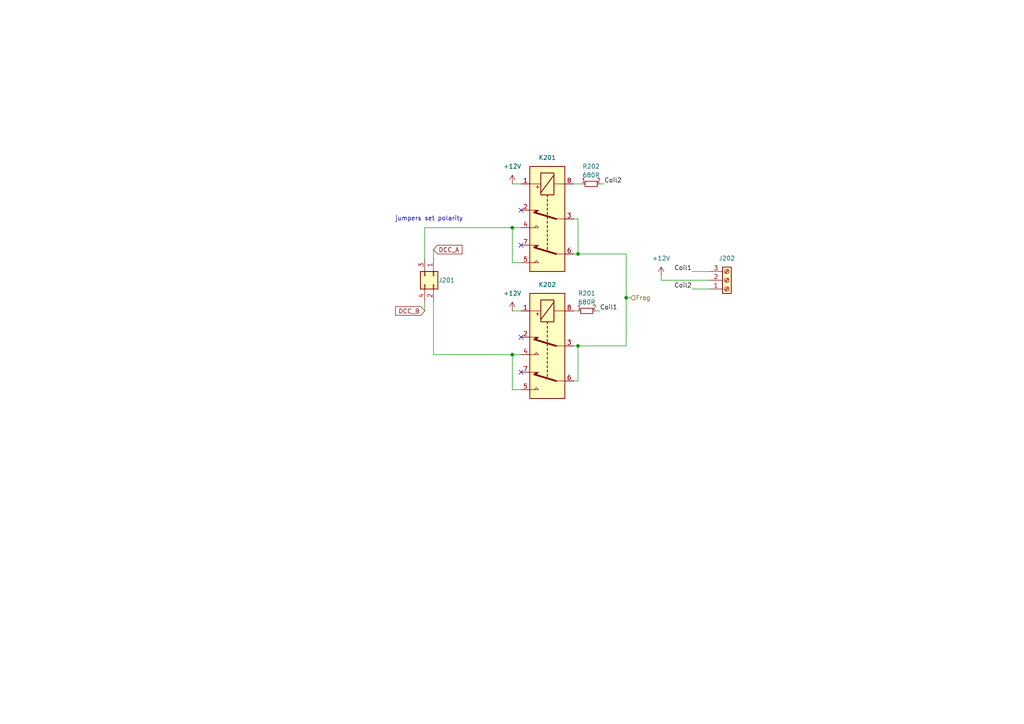
<source format=kicad_sch>
(kicad_sch (version 20231120) (generator "eeschema") (generator_version "8.0")
  (paper "A4")
  (lib_symbols
    (symbol "Connector:Screw_Terminal_01x03" (pin_names (offset 1.016) hide)
      (property "Reference" "J" (at 0 5.08 0))
      (property "Value" "Screw_Terminal_01x03" (at 0 -5.08 0))
      (symbol "Screw_Terminal_01x03_1_1"
        (rectangle (start -1.27 3.81) (end 1.27 -3.81) (stroke (width 0.254)) (fill (type background)))
        (circle (center 0 -2.54) (radius 0.635) (stroke (width 0.1524)))
        (polyline (pts (xy -0.5334 -2.2098) (xy 0.3302 -3.048)) (stroke (width 0.1524)))
        (polyline (pts (xy -0.5334 0.3302) (xy 0.3302 -0.508)) (stroke (width 0.1524)))
        (polyline (pts (xy -0.5334 2.8702) (xy 0.3302 2.032)) (stroke (width 0.1524)))
        (polyline (pts (xy -0.3556 -2.032) (xy 0.508 -2.8702)) (stroke (width 0.1524)))
        (polyline (pts (xy -0.3556 0.508) (xy 0.508 -0.3302)) (stroke (width 0.1524)))
        (polyline (pts (xy -0.3556 3.048) (xy 0.508 2.2098)) (stroke (width 0.1524)))
        (circle (center 0 0) (radius 0.635) (stroke (width 0.1524)))
        (circle (center 0 2.54) (radius 0.635) (stroke (width 0.1524)))
        (pin passive line (at -5.08 2.54 0) (length 3.81) (name "Pin_1") (number "1"))
        (pin passive line (at -5.08 0 0) (length 3.81) (name "Pin_2") (number "2"))
        (pin passive line (at -5.08 -2.54 0) (length 3.81) (name "Pin_3") (number "3"))
      )
    )
    (symbol "Connector_Generic:Conn_02x02_Odd_Even" (pin_names (offset 1.016) hide)
      (property "Reference" "J" (at 1.27 2.54 0))
      (property "Value" "Conn_02x02_Odd_Even" (at 1.27 -5.08 0))
      (symbol "Conn_02x02_Odd_Even_1_1"
        (rectangle (start -1.27 -2.413) (end 0 -2.667) (stroke (width 0.1524)))
        (rectangle (start -1.27 0.127) (end 0 -0.127) (stroke (width 0.1524)))
        (rectangle (start -1.27 1.27) (end 3.81 -3.81) (stroke (width 0.254)) (fill (type background)))
        (rectangle (start 3.81 -2.413) (end 2.54 -2.667) (stroke (width 0.1524)))
        (rectangle (start 3.81 0.127) (end 2.54 -0.127) (stroke (width 0.1524)))
        (pin passive line (at -5.08 0 0) (length 3.81) (name "Pin_1") (number "1"))
        (pin passive line (at 7.62 0 180) (length 3.81) (name "Pin_2") (number "2"))
        (pin passive line (at -5.08 -2.54 0) (length 3.81) (name "Pin_3") (number "3"))
        (pin passive line (at 7.62 -2.54 180) (length 3.81) (name "Pin_4") (number "4"))
      )
    )
    (symbol "custom_kicad_lib_sk:G6K-2F-Y-TR DC12"
      (property "Reference" "K" (at 16.51 3.81 0))
      (property "JLCPCB Part#" "C397192" (at 0 0 0))
      (symbol "G6K-2F-Y-TR DC12_0_0"
        (text "+" (at -9.271 2.921 0) (effects (font (size 1.27 1.27))))
      )
      (symbol "G6K-2F-Y-TR DC12_0_1"
        (rectangle (start -15.24 5.08) (end 15.24 -5.08) (stroke (width 0.254)) (fill (type background)))
        (rectangle (start -13.335 1.905) (end -6.985 -1.905) (stroke (width 0.254)))
        (polyline (pts (xy -12.7 -1.905) (xy -7.62 1.905)) (stroke (width 0.254)))
        (polyline (pts (xy -10.16 -5.08) (xy -10.16 -1.905)))
        (polyline (pts (xy -10.16 5.08) (xy -10.16 1.905)))
        (polyline (pts (xy -6.985 0) (xy -6.35 0)) (stroke (width 0.254)))
        (polyline (pts (xy -5.715 0) (xy -5.08 0)) (stroke (width 0.254)))
        (polyline (pts (xy -4.445 0) (xy -3.81 0)) (stroke (width 0.254)))
        (polyline (pts (xy -3.175 0) (xy -2.54 0)) (stroke (width 0.254)))
        (polyline (pts (xy -1.905 0) (xy -1.27 0)) (stroke (width 0.254)))
        (polyline (pts (xy -0.635 0) (xy 0 0)) (stroke (width 0.254)))
        (polyline (pts (xy 0 -2.54) (xy -1.905 3.81)) (stroke (width 0.508)))
        (polyline (pts (xy 0 -2.54) (xy 0 -5.08)))
        (polyline (pts (xy 0.635 0) (xy 1.27 0)) (stroke (width 0.254)))
        (polyline (pts (xy 1.905 0) (xy 2.54 0)) (stroke (width 0.254)))
        (polyline (pts (xy 3.175 0) (xy 3.81 0)) (stroke (width 0.254)))
        (polyline (pts (xy 4.445 0) (xy 5.08 0)) (stroke (width 0.254)))
        (polyline (pts (xy 5.715 0) (xy 6.35 0)) (stroke (width 0.254)))
        (polyline (pts (xy 6.985 0) (xy 7.62 0)) (stroke (width 0.254)))
        (polyline (pts (xy 8.255 0) (xy 8.89 0)) (stroke (width 0.254)))
        (polyline (pts (xy 10.16 -2.54) (xy 8.255 3.81)) (stroke (width 0.508)))
        (polyline (pts (xy 10.16 -2.54) (xy 10.16 -5.08)))
        (polyline (pts (xy -2.54 5.08) (xy -2.54 2.54) (xy -1.905 3.175) (xy -2.54 3.81)) (fill (type outline)))
        (polyline (pts (xy 2.54 5.08) (xy 2.54 2.54) (xy 1.905 3.175) (xy 2.54 3.81)))
        (polyline (pts (xy 7.62 5.08) (xy 7.62 2.54) (xy 8.255 3.175) (xy 7.62 3.81)) (fill (type outline)))
        (polyline (pts (xy 12.7 5.08) (xy 12.7 2.54) (xy 12.065 3.175) (xy 12.7 3.81)))
      )
      (symbol "G6K-2F-Y-TR DC12_1_1"
        (pin passive line (at -10.16 7.62 270) (length 2.54) (name "~") (number "1"))
        (pin passive line (at -2.54 7.62 270) (length 2.54) (name "~") (number "2"))
        (pin passive line (at 0 -7.62 90) (length 2.54) (name "~") (number "3"))
        (pin passive line (at 2.54 7.62 270) (length 2.54) (name "~") (number "4"))
        (pin passive line (at 12.7 7.62 270) (length 2.54) (name "~") (number "5"))
        (pin passive line (at 10.16 -7.62 90) (length 2.54) (name "~") (number "6"))
        (pin passive line (at 7.62 7.62 270) (length 2.54) (name "~") (number "7"))
        (pin passive line (at -10.16 -7.62 90) (length 2.54) (name "~") (number "8"))
      )
    )
    (symbol "power:+12V" (power) (pin_numbers hide) (pin_names (offset 0) hide)
      (property "Value" "+12V" (at 0 3.556 0))
      (symbol "+12V_0_1"
        (polyline (pts (xy -0.762 1.27) (xy 0 2.54)))
        (polyline (pts (xy 0 0) (xy 0 2.54)))
        (polyline (pts (xy 0 2.54) (xy 0.762 1.27)))
      )
      (symbol "+12V_1_1"
        (pin power_in line (at 0 0 90) (length 0) (name "~") (number "1"))
      )
    )
    (symbol "resistors_0603:R_680R_0603"
      (property "Reference" "R" (at 1.27 2.54 0))
      (property "Value" "680R" (at 2.54 -2.54 0))
      (symbol "R_680R_0603_0_1"
        (rectangle (start -0.762 1.778) (end 0.762 -1.778) (stroke (width 0.2032)))
      )
      (symbol "R_680R_0603_1_1"
        (pin passive line (at 0 2.54 270) (length 0.762) (name "~") (number "1"))
        (pin passive line (at 0 -2.54 90) (length 0.762) (name "~") (number "2"))
      )
    )
  )
  (junction (at 167.64 100.33))
  (junction (at 148.59 66.04))
  (junction (at 181.61 86.36))
  (junction (at 167.64 73.66))
  (junction (at 148.59 102.87))
  (no_connect (at 151.13 97.79))
  (no_connect (at 151.13 107.95))
  (no_connect (at 151.13 60.96))
  (no_connect (at 151.13 71.12))
  (wire (pts (xy 123.19 87.63) (xy 123.19 90.17)))
  (wire (pts (xy 191.77 80.01) (xy 191.77 81.28)))
  (wire (pts (xy 125.73 87.63) (xy 125.73 102.87)))
  (wire (pts (xy 151.13 66.04) (xy 148.59 66.04)))
  (wire (pts (xy 167.64 63.5) (xy 167.64 73.66)))
  (wire (pts (xy 123.19 66.04) (xy 148.59 66.04)))
  (wire (pts (xy 151.13 102.87) (xy 148.59 102.87)))
  (wire (pts (xy 173.99 53.34) (xy 175.26 53.34)))
  (wire (pts (xy 125.73 72.39) (xy 125.73 74.93)))
  (wire (pts (xy 151.13 53.34) (xy 148.59 53.34)))
  (wire (pts (xy 167.64 63.5) (xy 166.37 63.5)))
  (wire (pts (xy 167.64 73.66) (xy 181.61 73.66)))
  (wire (pts (xy 205.74 78.74) (xy 200.66 78.74)))
  (wire (pts (xy 181.61 86.36) (xy 181.61 100.33)))
  (wire (pts (xy 167.64 100.33) (xy 167.64 110.49)))
  (wire (pts (xy 148.59 66.04) (xy 148.59 76.2)))
  (wire (pts (xy 148.59 76.2) (xy 151.13 76.2)))
  (wire (pts (xy 205.74 81.28) (xy 191.77 81.28)))
  (wire (pts (xy 167.64 100.33) (xy 181.61 100.33)))
  (wire (pts (xy 205.74 83.82) (xy 200.66 83.82)))
  (wire (pts (xy 181.61 86.36) (xy 182.88 86.36)))
  (wire (pts (xy 123.19 66.04) (xy 123.19 74.93)))
  (wire (pts (xy 166.37 73.66) (xy 167.64 73.66)))
  (wire (pts (xy 151.13 90.17) (xy 148.59 90.17)))
  (wire (pts (xy 172.72 90.17) (xy 173.99 90.17)))
  (wire (pts (xy 166.37 53.34) (xy 168.91 53.34)))
  (wire (pts (xy 148.59 113.03) (xy 151.13 113.03)))
  (wire (pts (xy 148.59 102.87) (xy 148.59 113.03)))
  (wire (pts (xy 166.37 100.33) (xy 167.64 100.33)))
  (wire (pts (xy 125.73 102.87) (xy 148.59 102.87)))
  (wire (pts (xy 181.61 73.66) (xy 181.61 86.36)))
  (wire (pts (xy 167.64 110.49) (xy 166.37 110.49)))
  (wire (pts (xy 166.37 90.17) (xy 167.64 90.17)))
  (text "jumpers set polarity" (at 124.46 63.5 0) (effects (font (size 1.27 1.27))))
  (label "Coil2" (at 200.66 83.82 180))
  (label "Coil2" (at 175.26 53.34 0))
  (label "Coil1" (at 200.66 78.74 180))
  (label "Coil1" (at 173.99 90.17 0))
  (global_label "DCC_B" (shape input) (at 123.19 90.17 180) (property "Intersheetrefs" "${INTERSHEET_REFS}" (effects (hide yes))))
  (global_label "DCC_A" (shape input) (at 125.73 72.39 0) (property "Intersheetrefs" "${INTERSHEET_REFS}" (effects (hide yes))))
  (hierarchical_label "Frog" (shape input) (at 182.88 86.36 0))
  (symbol (lib_id "resistors_0603:R_680R_0603") (at 171.45 53.34 90) (unit 1)
    (property "Reference" "R202" (at 171.45 48.26 90))
    (property "Value" "680R" (at 171.45 50.8 90))
    (property "Footprint" "custom_kicad_lib_sk:R_0603_smalltext" (effects (hide yes)))
    (property "JLCPCB Part#" "C17798" (effects (hide yes)))
    (instances (project "" (path "" (reference "R202") (unit 1)) (path "" (reference "R302") (unit 1)) (path "" (reference "R502") (unit 1)) (path "" (reference "R702") (unit 1))))
  )
  (symbol (lib_id "power:+12V") (at 148.59 90.17 0) (mirror y) (unit 1)
    (property "Reference" "#PWR0202" (effects (hide yes)))
    (property "Value" "+12V" (at 148.59 85.09 0))
    (property "Description" "Power symbol creates a global label with name \"+12V\"" (effects (hide yes)))
    (instances (project "Mk2-relayExtension" (path "" (reference "#PWR0202") (unit 1)) (path "" (reference "#PWR0302") (unit 1)) (path "" (reference "#PWR0502") (unit 1)) (path "" (reference "#PWR0702") (unit 1))))
  )
  (symbol (lib_id "custom_kicad_lib_sk:G6K-2F-Y-TR DC12") (at 158.75 63.5 90) (mirror x) (unit 1)
    (property "Reference" "K201" (at 158.75 45.72 90))
    (property "Value" "G6K-2F-Y-TR DC12" (effects (hide yes)))
    (property "Footprint" "Relay_SMD:Relay_DPDT_Omron_G6K-2F-Y" (effects (hide yes)))
    (property "Datasheet" "http://omronfs.omron.com/en_US/ecb/products/pdf/en-g6k.pdf" (effects (hide yes)))
    (property "Description" "Miniature 2-pole relay, Single-side Stable" (effects (hide yes)))
    (property "JLCPCB Part#" "C397192" (effects (hide yes)))
    (instances (project "Mk2-relayExtension" (path "" (reference "K201") (unit 1)) (path "" (reference "K301") (unit 1)) (path "" (reference "K501") (unit 1)) (path "" (reference "K701") (unit 1))))
  )
  (symbol (lib_id "Connector_Generic:Conn_02x02_Odd_Even") (at 125.73 80.01 270) (unit 1)
    (property "Reference" "J201" (at 129.54 81.28 90))
    (property "Value" "Conn_02x02_Odd_Even" (effects (hide yes)))
    (property "Footprint" "Connector_PinHeader_2.54mm:PinHeader_2x02_P2.54mm_Vertical_SMD" (effects (hide yes)))
    (property "Description" "Generic connector, double row, 02x02, odd/even pin numbering scheme (row 1 odd numbers, row 2 even numbers), script generated (kicad-library-utils/schlib/autogen/connector/)" (effects (hide yes)))
    (property "JLCPCB Part#" "C919361" (effects (hide yes)))
    (instances (project "" (path "" (reference "J201") (unit 1)) (path "" (reference "J301") (unit 1)) (path "" (reference "J501") (unit 1)) (path "" (reference "J701") (unit 1))))
  )
  (symbol (lib_id "power:+12V") (at 191.77 80.01 0) (mirror y) (unit 1)
    (property "Reference" "#PWR0203" (effects (hide yes)))
    (property "Value" "+12V" (at 191.77 74.93 0))
    (property "Description" "Power symbol creates a global label with name \"+12V\"" (effects (hide yes)))
    (instances (project "Mk2-relayExtension" (path "" (reference "#PWR0203") (unit 1)) (path "" (reference "#PWR0303") (unit 1)) (path "" (reference "#PWR0503") (unit 1)) (path "" (reference "#PWR0703") (unit 1))))
  )
  (symbol (lib_id "power:+12V") (at 148.59 53.34 0) (mirror y) (unit 1)
    (property "Reference" "#PWR0201" (effects (hide yes)))
    (property "Value" "+12V" (at 148.59 48.26 0))
    (property "Description" "Power symbol creates a global label with name \"+12V\"" (effects (hide yes)))
    (instances (project "Mk2-relayExtension" (path "" (reference "#PWR0201") (unit 1)) (path "" (reference "#PWR0301") (unit 1)) (path "" (reference "#PWR0501") (unit 1)) (path "" (reference "#PWR0701") (unit 1))))
  )
  (symbol (lib_id "resistors_0603:R_680R_0603") (at 170.18 90.17 90) (unit 1)
    (property "Reference" "R201" (at 170.18 85.09 90))
    (property "Value" "680R" (at 170.18 87.63 90))
    (property "Footprint" "custom_kicad_lib_sk:R_0603_smalltext" (effects (hide yes)))
    (property "JLCPCB Part#" "C17798" (effects (hide yes)))
    (instances (project "Mk2-relayExtension" (path "" (reference "R201") (unit 1)) (path "" (reference "R301") (unit 1)) (path "" (reference "R501") (unit 1)) (path "" (reference "R701") (unit 1))))
  )
  (symbol (lib_id "Connector:Screw_Terminal_01x03") (at 210.82 81.28 0) (mirror x) (unit 1)
    (property "Reference" "J202" (at 210.82 74.93 0))
    (property "Value" "Screw_Terminal_01x03" (effects (hide yes)))
    (property "Footprint" "custom_kicad_lib_sk:connector_3.50mm_3P horizontal_MALE" (effects (hide yes)))
    (property "Description" "Generic screw terminal, single row, 01x03, script generated (kicad-library-utils/schlib/autogen/connector/)" (effects (hide yes)))
    (property "JLCPCB Part#" "C6394074" (effects (hide yes)))
    (instances (project "Mk2-relayExtension" (path "" (reference "J202") (unit 1)) (path "" (reference "J302") (unit 1)) (path "" (reference "J502") (unit 1)) (path "" (reference "J702") (unit 1))))
  )
  (symbol (lib_id "custom_kicad_lib_sk:G6K-2F-Y-TR DC12") (at 158.75 100.33 90) (mirror x) (unit 1)
    (property "Reference" "K202" (at 158.75 82.55 90))
    (property "Value" "G6K-2F-Y-TR DC12" (effects (hide yes)))
    (property "Footprint" "Relay_SMD:Relay_DPDT_Omron_G6K-2F-Y" (effects (hide yes)))
    (property "Datasheet" "http://omronfs.omron.com/en_US/ecb/products/pdf/en-g6k.pdf" (effects (hide yes)))
    (property "Description" "Miniature 2-pole relay, Single-side Stable" (effects (hide yes)))
    (property "JLCPCB Part#" "C397192" (effects (hide yes)))
    (instances (project "Mk2-relayExtension" (path "" (reference "K202") (unit 1)) (path "" (reference "K302") (unit 1)) (path "" (reference "K502") (unit 1)) (path "" (reference "K702") (unit 1))))
  )
)
</source>
